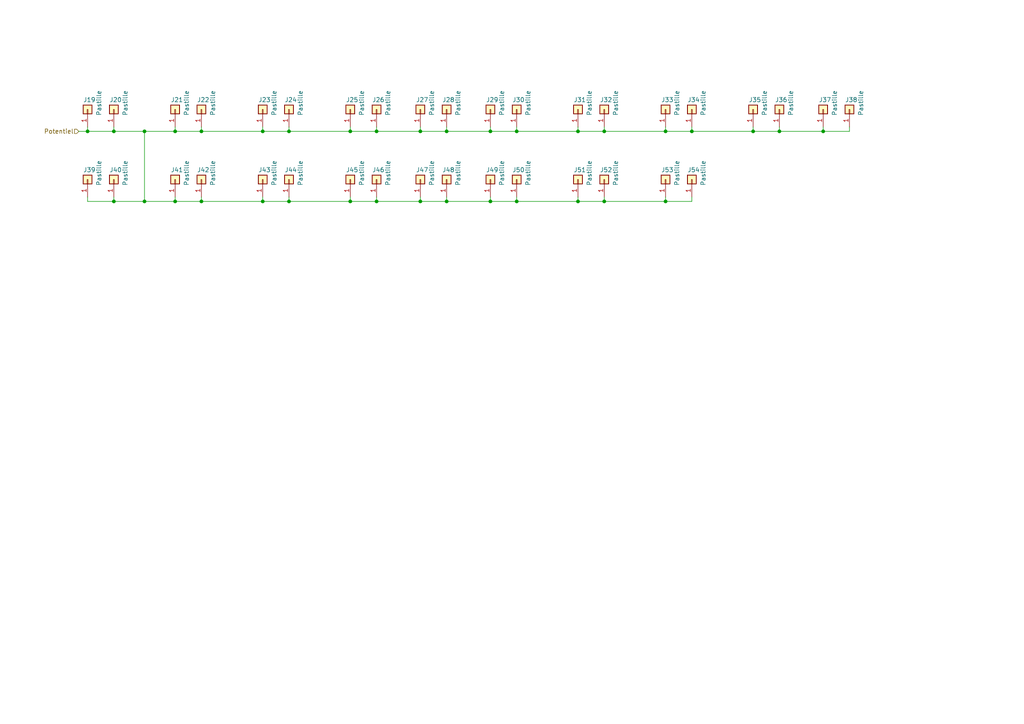
<source format=kicad_sch>
(kicad_sch (version 20250114) (generator "eeschema") (generator_version "9.0")
  (paper "A4")
  (lib_symbols
    (symbol "Connector_Generic:Conn_01x01" (pin_names (offset 1.016) (hide yes))
      (property "Reference" "J" (at 0 2.54 0))
      (property "Value" "Conn_01x01" (at 0 -2.54 0))
      (symbol "Conn_01x01_1_1"
        (rectangle (start -1.27 1.27) (end 1.27 -1.27) (stroke (width 0.254)) (fill (type background)))
        (rectangle (start -1.27 0.127) (end 0 -0.127) (stroke (width 0.1524)))
        (pin passive line (at -5.08 0 0) (length 3.81) (name "Pin_1") (number "1"))
      )
    )
  )
  (junction (at 121.92 38.1))
  (junction (at 226.06 38.1))
  (junction (at 41.91 38.1))
  (junction (at 129.54 58.42))
  (junction (at 76.2 58.42))
  (junction (at 109.22 58.42))
  (junction (at 58.42 58.42))
  (junction (at 33.02 38.1))
  (junction (at 193.04 38.1))
  (junction (at 167.64 58.42))
  (junction (at 101.6 38.1))
  (junction (at 142.24 58.42))
  (junction (at 101.6 58.42))
  (junction (at 149.86 38.1))
  (junction (at 167.64 38.1))
  (junction (at 58.42 38.1))
  (junction (at 175.26 58.42))
  (junction (at 129.54 38.1))
  (junction (at 109.22 38.1))
  (junction (at 238.76 38.1))
  (junction (at 50.8 38.1))
  (junction (at 121.92 58.42))
  (junction (at 25.4 38.1))
  (junction (at 193.04 58.42))
  (junction (at 83.82 58.42))
  (junction (at 149.86 58.42))
  (junction (at 218.44 38.1))
  (junction (at 175.26 38.1))
  (junction (at 83.82 38.1))
  (junction (at 33.02 58.42))
  (junction (at 76.2 38.1))
  (junction (at 41.91 58.42))
  (junction (at 142.24 38.1))
  (junction (at 200.66 38.1))
  (junction (at 50.8 58.42))
  (wire (pts (xy 83.82 57.15) (xy 83.82 58.42)))
  (wire (pts (xy 83.82 38.1) (xy 101.6 38.1)))
  (wire (pts (xy 25.4 36.83) (xy 25.4 38.1)))
  (wire (pts (xy 109.22 36.83) (xy 109.22 38.1)))
  (wire (pts (xy 101.6 57.15) (xy 101.6 58.42)))
  (wire (pts (xy 41.91 58.42) (xy 50.8 58.42)))
  (wire (pts (xy 167.64 57.15) (xy 167.64 58.42)))
  (wire (pts (xy 142.24 58.42) (xy 149.86 58.42)))
  (wire (pts (xy 101.6 58.42) (xy 109.22 58.42)))
  (wire (pts (xy 218.44 38.1) (xy 226.06 38.1)))
  (wire (pts (xy 121.92 58.42) (xy 129.54 58.42)))
  (wire (pts (xy 58.42 36.83) (xy 58.42 38.1)))
  (wire (pts (xy 175.26 58.42) (xy 193.04 58.42)))
  (wire (pts (xy 193.04 57.15) (xy 193.04 58.42)))
  (wire (pts (xy 76.2 57.15) (xy 76.2 58.42)))
  (wire (pts (xy 142.24 57.15) (xy 142.24 58.42)))
  (wire (pts (xy 33.02 36.83) (xy 33.02 38.1)))
  (wire (pts (xy 83.82 58.42) (xy 101.6 58.42)))
  (wire (pts (xy 22.86 38.1) (xy 25.4 38.1)))
  (wire (pts (xy 109.22 58.42) (xy 121.92 58.42)))
  (wire (pts (xy 129.54 57.15) (xy 129.54 58.42)))
  (wire (pts (xy 50.8 36.83) (xy 50.8 38.1)))
  (wire (pts (xy 33.02 38.1) (xy 41.91 38.1)))
  (wire (pts (xy 200.66 36.83) (xy 200.66 38.1)))
  (wire (pts (xy 167.64 38.1) (xy 175.26 38.1)))
  (wire (pts (xy 76.2 38.1) (xy 83.82 38.1)))
  (wire (pts (xy 109.22 57.15) (xy 109.22 58.42)))
  (wire (pts (xy 25.4 38.1) (xy 33.02 38.1)))
  (wire (pts (xy 238.76 38.1) (xy 246.38 38.1)))
  (wire (pts (xy 50.8 38.1) (xy 58.42 38.1)))
  (wire (pts (xy 167.64 36.83) (xy 167.64 38.1)))
  (wire (pts (xy 200.66 57.15) (xy 200.66 58.42)))
  (wire (pts (xy 200.66 38.1) (xy 218.44 38.1)))
  (wire (pts (xy 129.54 36.83) (xy 129.54 38.1)))
  (wire (pts (xy 167.64 58.42) (xy 175.26 58.42)))
  (wire (pts (xy 193.04 38.1) (xy 200.66 38.1)))
  (wire (pts (xy 101.6 36.83) (xy 101.6 38.1)))
  (wire (pts (xy 101.6 38.1) (xy 109.22 38.1)))
  (wire (pts (xy 25.4 57.15) (xy 25.4 58.42)))
  (wire (pts (xy 238.76 36.83) (xy 238.76 38.1)))
  (wire (pts (xy 58.42 38.1) (xy 76.2 38.1)))
  (wire (pts (xy 33.02 58.42) (xy 41.91 58.42)))
  (wire (pts (xy 58.42 57.15) (xy 58.42 58.42)))
  (wire (pts (xy 33.02 57.15) (xy 33.02 58.42)))
  (wire (pts (xy 193.04 58.42) (xy 200.66 58.42)))
  (wire (pts (xy 226.06 38.1) (xy 238.76 38.1)))
  (wire (pts (xy 175.26 57.15) (xy 175.26 58.42)))
  (wire (pts (xy 193.04 36.83) (xy 193.04 38.1)))
  (wire (pts (xy 25.4 58.42) (xy 33.02 58.42)))
  (wire (pts (xy 41.91 38.1) (xy 41.91 58.42)))
  (wire (pts (xy 83.82 36.83) (xy 83.82 38.1)))
  (wire (pts (xy 218.44 36.83) (xy 218.44 38.1)))
  (wire (pts (xy 41.91 38.1) (xy 50.8 38.1)))
  (wire (pts (xy 175.26 36.83) (xy 175.26 38.1)))
  (wire (pts (xy 246.38 36.83) (xy 246.38 38.1)))
  (wire (pts (xy 121.92 38.1) (xy 129.54 38.1)))
  (wire (pts (xy 109.22 38.1) (xy 121.92 38.1)))
  (wire (pts (xy 50.8 57.15) (xy 50.8 58.42)))
  (wire (pts (xy 175.26 38.1) (xy 193.04 38.1)))
  (wire (pts (xy 129.54 58.42) (xy 142.24 58.42)))
  (wire (pts (xy 76.2 36.83) (xy 76.2 38.1)))
  (wire (pts (xy 142.24 38.1) (xy 149.86 38.1)))
  (wire (pts (xy 149.86 58.42) (xy 167.64 58.42)))
  (wire (pts (xy 149.86 57.15) (xy 149.86 58.42)))
  (wire (pts (xy 58.42 58.42) (xy 76.2 58.42)))
  (wire (pts (xy 121.92 57.15) (xy 121.92 58.42)))
  (wire (pts (xy 50.8 58.42) (xy 58.42 58.42)))
  (wire (pts (xy 76.2 58.42) (xy 83.82 58.42)))
  (wire (pts (xy 226.06 36.83) (xy 226.06 38.1)))
  (wire (pts (xy 142.24 36.83) (xy 142.24 38.1)))
  (wire (pts (xy 149.86 38.1) (xy 167.64 38.1)))
  (wire (pts (xy 149.86 36.83) (xy 149.86 38.1)))
  (wire (pts (xy 129.54 38.1) (xy 142.24 38.1)))
  (wire (pts (xy 121.92 36.83) (xy 121.92 38.1)))
  (hierarchical_label "Potentiel" (shape input) (at 22.86 38.1 180))
  (symbol (lib_id "Connector_Generic:Conn_01x01") (at 121.92 52.07 90) (unit 1) (in_bom no)
    (property "Reference" "J47" (at 120.65 49.276 90) (effects (justify right)))
    (property "Value" "Pastille" (at 125.222 46.482 0) (effects (justify right)))
    (property "Footprint" "Chimere_comps:Pastille" (effects (hide yes)))
    (instances (project "Ingonde_10x10" (path "" (reference "J47") (unit 1)) (path "" (reference "J72") (unit 1))))
  )
  (symbol (lib_id "Connector_Generic:Conn_01x01") (at 142.24 52.07 90) (unit 1) (in_bom no)
    (property "Reference" "J49" (at 140.97 49.276 90) (effects (justify right)))
    (property "Value" "Pastille" (at 145.542 46.482 0) (effects (justify right)))
    (property "Footprint" "Chimere_comps:Pastille" (effects (hide yes)))
    (instances (project "Ingonde_10x10" (path "" (reference "J49") (unit 1)) (path "" (reference "J76") (unit 1))))
  )
  (symbol (lib_id "Connector_Generic:Conn_01x01") (at 83.82 31.75 90) (unit 1) (in_bom no)
    (property "Reference" "J24" (at 82.55 28.956 90) (effects (justify right)))
    (property "Value" "Pastille" (at 87.122 26.162 0) (effects (justify right)))
    (property "Footprint" "Chimere_comps:Pastille" (effects (hide yes)))
    (instances (project "Ingonde_10x10" (path "" (reference "J24") (unit 1)) (path "" (reference "J65") (unit 1))))
  )
  (symbol (lib_id "Connector_Generic:Conn_01x01") (at 167.64 31.75 90) (unit 1) (in_bom no)
    (property "Reference" "J31" (at 166.37 28.956 90) (effects (justify right)))
    (property "Value" "Pastille" (at 170.942 26.162 0) (effects (justify right)))
    (property "Footprint" "Chimere_comps:Pastille" (effects (hide yes)))
    (instances (project "Ingonde_10x10" (path "" (reference "J31") (unit 1)) (path "" (reference "J79") (unit 1))))
  )
  (symbol (lib_id "Connector_Generic:Conn_01x01") (at 193.04 52.07 90) (unit 1) (in_bom no)
    (property "Reference" "J53" (at 191.77 49.276 90) (effects (justify right)))
    (property "Value" "Pastille" (at 196.342 46.482 0) (effects (justify right)))
    (property "Footprint" "Chimere_comps:Pastille" (effects (hide yes)))
    (instances (project "Ingonde_10x10" (path "" (reference "J53") (unit 1)) (path "" (reference "J84") (unit 1))))
  )
  (symbol (lib_id "Connector_Generic:Conn_01x01") (at 200.66 31.75 90) (unit 1) (in_bom no)
    (property "Reference" "J34" (at 199.39 28.956 90) (effects (justify right)))
    (property "Value" "Pastille" (at 203.962 26.162 0) (effects (justify right)))
    (property "Footprint" "Chimere_comps:Pastille" (effects (hide yes)))
    (instances (project "Ingonde_10x10" (path "" (reference "J34") (unit 1)) (path "" (reference "J85") (unit 1))))
  )
  (symbol (lib_id "Connector_Generic:Conn_01x01") (at 129.54 52.07 90) (unit 1) (in_bom no)
    (property "Reference" "J48" (at 128.27 49.276 90) (effects (justify right)))
    (property "Value" "Pastille" (at 132.842 46.482 0) (effects (justify right)))
    (property "Footprint" "Chimere_comps:Pastille" (effects (hide yes)))
    (instances (project "Ingonde_10x10" (path "" (reference "J48") (unit 1)) (path "" (reference "J74") (unit 1))))
  )
  (symbol (lib_id "Connector_Generic:Conn_01x01") (at 101.6 52.07 90) (unit 1) (in_bom no)
    (property "Reference" "J45" (at 100.33 49.276 90) (effects (justify right)))
    (property "Value" "Pastille" (at 104.902 46.482 0) (effects (justify right)))
    (property "Footprint" "Chimere_comps:Pastille" (effects (hide yes)))
    (instances (project "Ingonde_10x10" (path "" (reference "J45") (unit 1)) (path "" (reference "J68") (unit 1))))
  )
  (symbol (lib_id "Connector_Generic:Conn_01x01") (at 246.38 31.75 90) (unit 1) (in_bom no)
    (property "Reference" "J38" (at 245.11 28.956 90) (effects (justify right)))
    (property "Value" "Pastille" (at 249.682 26.162 0) (effects (justify right)))
    (property "Footprint" "Chimere_comps:Pastille" (effects (hide yes)))
    (instances (project "Ingonde_10x10" (path "" (reference "J38") (unit 1)) (path "" (reference "J90") (unit 1))))
  )
  (symbol (lib_id "Connector_Generic:Conn_01x01") (at 50.8 52.07 90) (unit 1) (in_bom no)
    (property "Reference" "J41" (at 49.53 49.276 90) (effects (justify right)))
    (property "Value" "Pastille" (at 54.102 46.482 0) (effects (justify right)))
    (property "Footprint" "Chimere_comps:Pastille" (effects (hide yes)))
    (instances (project "Ingonde_10x10" (path "" (reference "J41") (unit 1)) (path "" (reference "J60") (unit 1))))
  )
  (symbol (lib_id "Connector_Generic:Conn_01x01") (at 121.92 31.75 90) (unit 1) (in_bom no)
    (property "Reference" "J27" (at 120.65 28.956 90) (effects (justify right)))
    (property "Value" "Pastille" (at 125.222 26.162 0) (effects (justify right)))
    (property "Footprint" "Chimere_comps:Pastille" (effects (hide yes)))
    (instances (project "Ingonde_10x10" (path "" (reference "J27") (unit 1)) (path "" (reference "J71") (unit 1))))
  )
  (symbol (lib_id "Connector_Generic:Conn_01x01") (at 25.4 31.75 90) (unit 1) (in_bom no)
    (property "Reference" "J19" (at 24.13 28.956 90) (effects (justify right)))
    (property "Value" "Pastille" (at 28.702 26.162 0) (effects (justify right)))
    (property "Footprint" "Chimere_comps:Pastille" (effects (hide yes)))
    (instances (project "Ingonde_10x10" (path "" (reference "J19") (unit 1)) (path "" (reference "J55") (unit 1))))
  )
  (symbol (lib_id "Connector_Generic:Conn_01x01") (at 129.54 31.75 90) (unit 1) (in_bom no)
    (property "Reference" "J28" (at 128.27 28.956 90) (effects (justify right)))
    (property "Value" "Pastille" (at 132.842 26.162 0) (effects (justify right)))
    (property "Footprint" "Chimere_comps:Pastille" (effects (hide yes)))
    (instances (project "Ingonde_10x10" (path "" (reference "J28") (unit 1)) (path "" (reference "J73") (unit 1))))
  )
  (symbol (lib_id "Connector_Generic:Conn_01x01") (at 83.82 52.07 90) (unit 1) (in_bom no)
    (property "Reference" "J44" (at 82.55 49.276 90) (effects (justify right)))
    (property "Value" "Pastille" (at 87.122 46.482 0) (effects (justify right)))
    (property "Footprint" "Chimere_comps:Pastille" (effects (hide yes)))
    (instances (project "Ingonde_10x10" (path "" (reference "J44") (unit 1)) (path "" (reference "J66") (unit 1))))
  )
  (symbol (lib_id "Connector_Generic:Conn_01x01") (at 25.4 52.07 90) (unit 1) (in_bom no)
    (property "Reference" "J39" (at 24.13 49.276 90) (effects (justify right)))
    (property "Value" "Pastille" (at 28.702 46.482 0) (effects (justify right)))
    (property "Footprint" "Chimere_comps:Pastille" (effects (hide yes)))
    (instances (project "Ingonde_10x10" (path "" (reference "J39") (unit 1)) (path "" (reference "J56") (unit 1))))
  )
  (symbol (lib_id "Connector_Generic:Conn_01x01") (at 167.64 52.07 90) (unit 1) (in_bom no)
    (property "Reference" "J51" (at 166.37 49.276 90) (effects (justify right)))
    (property "Value" "Pastille" (at 170.942 46.482 0) (effects (justify right)))
    (property "Footprint" "Chimere_comps:Pastille" (effects (hide yes)))
    (instances (project "Ingonde_10x10" (path "" (reference "J51") (unit 1)) (path "" (reference "J80") (unit 1))))
  )
  (symbol (lib_id "Connector_Generic:Conn_01x01") (at 109.22 31.75 90) (unit 1) (in_bom no)
    (property "Reference" "J26" (at 107.95 28.956 90) (effects (justify right)))
    (property "Value" "Pastille" (at 112.522 26.162 0) (effects (justify right)))
    (property "Footprint" "Chimere_comps:Pastille" (effects (hide yes)))
    (instances (project "Ingonde_10x10" (path "" (reference "J26") (unit 1)) (path "" (reference "J69") (unit 1))))
  )
  (symbol (lib_id "Connector_Generic:Conn_01x01") (at 101.6 31.75 90) (unit 1) (in_bom no)
    (property "Reference" "J25" (at 100.33 28.956 90) (effects (justify right)))
    (property "Value" "Pastille" (at 104.902 26.162 0) (effects (justify right)))
    (property "Footprint" "Chimere_comps:Pastille" (effects (hide yes)))
    (instances (project "Ingonde_10x10" (path "" (reference "J25") (unit 1)) (path "" (reference "J67") (unit 1))))
  )
  (symbol (lib_id "Connector_Generic:Conn_01x01") (at 76.2 31.75 90) (unit 1) (in_bom no)
    (property "Reference" "J23" (at 74.93 28.956 90) (effects (justify right)))
    (property "Value" "Pastille" (at 79.502 26.162 0) (effects (justify right)))
    (property "Footprint" "Chimere_comps:Pastille" (effects (hide yes)))
    (instances (project "Ingonde_10x10" (path "" (reference "J23") (unit 1)) (path "" (reference "J63") (unit 1))))
  )
  (symbol (lib_id "Connector_Generic:Conn_01x01") (at 226.06 31.75 90) (unit 1) (in_bom no)
    (property "Reference" "J36" (at 224.79 28.956 90) (effects (justify right)))
    (property "Value" "Pastille" (at 229.362 26.162 0) (effects (justify right)))
    (property "Footprint" "Chimere_comps:Pastille" (effects (hide yes)))
    (instances (project "Ingonde_10x10" (path "" (reference "J36") (unit 1)) (path "" (reference "J88") (unit 1))))
  )
  (symbol (lib_id "Connector_Generic:Conn_01x01") (at 200.66 52.07 90) (unit 1) (in_bom no)
    (property "Reference" "J54" (at 199.39 49.276 90) (effects (justify right)))
    (property "Value" "Pastille" (at 203.962 46.482 0) (effects (justify right)))
    (property "Footprint" "Chimere_comps:Pastille" (effects (hide yes)))
    (instances (project "Ingonde_10x10" (path "" (reference "J54") (unit 1)) (path "" (reference "J86") (unit 1))))
  )
  (symbol (lib_id "Connector_Generic:Conn_01x01") (at 175.26 52.07 90) (unit 1) (in_bom no)
    (property "Reference" "J52" (at 173.99 49.276 90) (effects (justify right)))
    (property "Value" "Pastille" (at 178.562 46.482 0) (effects (justify right)))
    (property "Footprint" "Chimere_comps:Pastille" (effects (hide yes)))
    (instances (project "Ingonde_10x10" (path "" (reference "J52") (unit 1)) (path "" (reference "J82") (unit 1))))
  )
  (symbol (lib_id "Connector_Generic:Conn_01x01") (at 50.8 31.75 90) (unit 1) (in_bom no)
    (property "Reference" "J21" (at 49.53 28.956 90) (effects (justify right)))
    (property "Value" "Pastille" (at 54.102 26.162 0) (effects (justify right)))
    (property "Footprint" "Chimere_comps:Pastille" (effects (hide yes)))
    (instances (project "Ingonde_10x10" (path "" (reference "J21") (unit 1)) (path "" (reference "J59") (unit 1))))
  )
  (symbol (lib_id "Connector_Generic:Conn_01x01") (at 33.02 31.75 90) (unit 1) (in_bom no)
    (property "Reference" "J20" (at 31.75 28.956 90) (effects (justify right)))
    (property "Value" "Pastille" (at 36.322 26.162 0) (effects (justify right)))
    (property "Footprint" "Chimere_comps:Pastille" (effects (hide yes)))
    (instances (project "Ingonde_10x10" (path "" (reference "J20") (unit 1)) (path "" (reference "J57") (unit 1))))
  )
  (symbol (lib_id "Connector_Generic:Conn_01x01") (at 76.2 52.07 90) (unit 1) (in_bom no)
    (property "Reference" "J43" (at 74.93 49.276 90) (effects (justify right)))
    (property "Value" "Pastille" (at 79.502 46.482 0) (effects (justify right)))
    (property "Footprint" "Chimere_comps:Pastille" (effects (hide yes)))
    (instances (project "Ingonde_10x10" (path "" (reference "J43") (unit 1)) (path "" (reference "J64") (unit 1))))
  )
  (symbol (lib_id "Connector_Generic:Conn_01x01") (at 149.86 52.07 90) (unit 1) (in_bom no)
    (property "Reference" "J50" (at 148.59 49.276 90) (effects (justify right)))
    (property "Value" "Pastille" (at 153.162 46.482 0) (effects (justify right)))
    (property "Footprint" "Chimere_comps:Pastille" (effects (hide yes)))
    (instances (project "Ingonde_10x10" (path "" (reference "J50") (unit 1)) (path "" (reference "J78") (unit 1))))
  )
  (symbol (lib_id "Connector_Generic:Conn_01x01") (at 193.04 31.75 90) (unit 1) (in_bom no)
    (property "Reference" "J33" (at 191.77 28.956 90) (effects (justify right)))
    (property "Value" "Pastille" (at 196.342 26.162 0) (effects (justify right)))
    (property "Footprint" "Chimere_comps:Pastille" (effects (hide yes)))
    (instances (project "Ingonde_10x10" (path "" (reference "J33") (unit 1)) (path "" (reference "J83") (unit 1))))
  )
  (symbol (lib_id "Connector_Generic:Conn_01x01") (at 58.42 52.07 90) (unit 1) (in_bom no)
    (property "Reference" "J42" (at 57.15 49.276 90) (effects (justify right)))
    (property "Value" "Pastille" (at 61.722 46.482 0) (effects (justify right)))
    (property "Footprint" "Chimere_comps:Pastille" (effects (hide yes)))
    (instances (project "Ingonde_10x10" (path "" (reference "J42") (unit 1)) (path "" (reference "J62") (unit 1))))
  )
  (symbol (lib_id "Connector_Generic:Conn_01x01") (at 58.42 31.75 90) (unit 1) (in_bom no)
    (property "Reference" "J22" (at 57.15 28.956 90) (effects (justify right)))
    (property "Value" "Pastille" (at 61.722 26.162 0) (effects (justify right)))
    (property "Footprint" "Chimere_comps:Pastille" (effects (hide yes)))
    (instances (project "Ingonde_10x10" (path "" (reference "J22") (unit 1)) (path "" (reference "J61") (unit 1))))
  )
  (symbol (lib_id "Connector_Generic:Conn_01x01") (at 238.76 31.75 90) (unit 1) (in_bom no)
    (property "Reference" "J37" (at 237.49 28.956 90) (effects (justify right)))
    (property "Value" "Pastille" (at 242.062 26.162 0) (effects (justify right)))
    (property "Footprint" "Chimere_comps:Pastille" (effects (hide yes)))
    (instances (project "Ingonde_10x10" (path "" (reference "J37") (unit 1)) (path "" (reference "J89") (unit 1))))
  )
  (symbol (lib_id "Connector_Generic:Conn_01x01") (at 33.02 52.07 90) (unit 1) (in_bom no)
    (property "Reference" "J40" (at 31.75 49.276 90) (effects (justify right)))
    (property "Value" "Pastille" (at 36.322 46.482 0) (effects (justify right)))
    (property "Footprint" "Chimere_comps:Pastille" (effects (hide yes)))
    (instances (project "Ingonde_10x10" (path "" (reference "J40") (unit 1)) (path "" (reference "J58") (unit 1))))
  )
  (symbol (lib_id "Connector_Generic:Conn_01x01") (at 218.44 31.75 90) (unit 1) (in_bom no)
    (property "Reference" "J35" (at 217.17 28.956 90) (effects (justify right)))
    (property "Value" "Pastille" (at 221.742 26.162 0) (effects (justify right)))
    (property "Footprint" "Chimere_comps:Pastille" (effects (hide yes)))
    (instances (project "Ingonde_10x10" (path "" (reference "J35") (unit 1)) (path "" (reference "J87") (unit 1))))
  )
  (symbol (lib_id "Connector_Generic:Conn_01x01") (at 142.24 31.75 90) (unit 1) (in_bom no)
    (property "Reference" "J29" (at 140.97 28.956 90) (effects (justify right)))
    (property "Value" "Pastille" (at 145.542 26.162 0) (effects (justify right)))
    (property "Footprint" "Chimere_comps:Pastille" (effects (hide yes)))
    (instances (project "Ingonde_10x10" (path "" (reference "J29") (unit 1)) (path "" (reference "J75") (unit 1))))
  )
  (symbol (lib_id "Connector_Generic:Conn_01x01") (at 149.86 31.75 90) (unit 1) (in_bom no)
    (property "Reference" "J30" (at 148.59 28.956 90) (effects (justify right)))
    (property "Value" "Pastille" (at 153.162 26.162 0) (effects (justify right)))
    (property "Footprint" "Chimere_comps:Pastille" (effects (hide yes)))
    (instances (project "Ingonde_10x10" (path "" (reference "J30") (unit 1)) (path "" (reference "J77") (unit 1))))
  )
  (symbol (lib_id "Connector_Generic:Conn_01x01") (at 109.22 52.07 90) (unit 1) (in_bom no)
    (property "Reference" "J46" (at 107.95 49.276 90) (effects (justify right)))
    (property "Value" "Pastille" (at 112.522 46.482 0) (effects (justify right)))
    (property "Footprint" "Chimere_comps:Pastille" (effects (hide yes)))
    (instances (project "Ingonde_10x10" (path "" (reference "J46") (unit 1)) (path "" (reference "J70") (unit 1))))
  )
  (symbol (lib_id "Connector_Generic:Conn_01x01") (at 175.26 31.75 90) (unit 1) (in_bom no)
    (property "Reference" "J32" (at 173.99 28.956 90) (effects (justify right)))
    (property "Value" "Pastille" (at 178.562 26.162 0) (effects (justify right)))
    (property "Footprint" "Chimere_comps:Pastille" (effects (hide yes)))
    (instances (project "Ingonde_10x10" (path "" (reference "J32") (unit 1)) (path "" (reference "J81") (unit 1))))
  )
)
</source>
